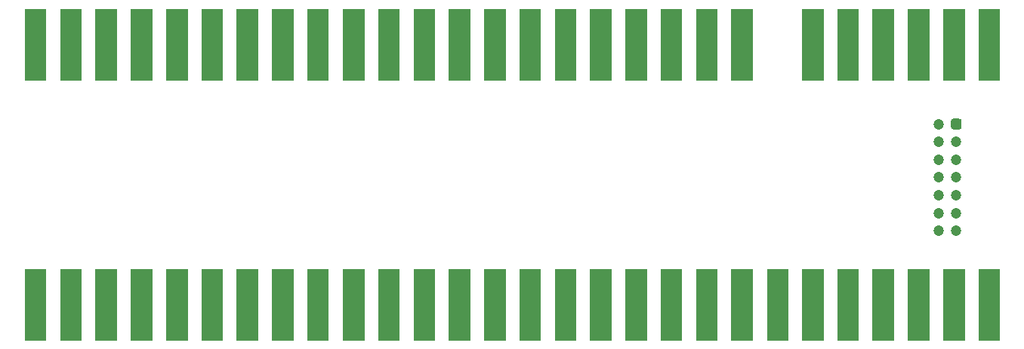
<source format=gbs>
G04 #@! TF.GenerationSoftware,KiCad,Pcbnew,(5.1.10)-1*
G04 #@! TF.CreationDate,2021-12-14T16:32:23+01:00*
G04 #@! TF.ProjectId,jamma_mahjong,6a616d6d-615f-46d6-9168-6a6f6e672e6b,rev?*
G04 #@! TF.SameCoordinates,Original*
G04 #@! TF.FileFunction,Soldermask,Bot*
G04 #@! TF.FilePolarity,Negative*
%FSLAX46Y46*%
G04 Gerber Fmt 4.6, Leading zero omitted, Abs format (unit mm)*
G04 Created by KiCad (PCBNEW (5.1.10)-1) date 2021-12-14 16:32:23*
%MOMM*%
%LPD*%
G01*
G04 APERTURE LIST*
%ADD10C,0.100000*%
%ADD11C,1.200000*%
G04 APERTURE END LIST*
D10*
G04 #@! TO.C,J2*
G36*
X228549200Y-77241400D02*
G01*
X230886000Y-77241400D01*
X230886000Y-85229700D01*
X228549200Y-85229700D01*
X228549200Y-77241400D01*
G37*
X228549200Y-77241400D02*
X230886000Y-77241400D01*
X230886000Y-85229700D01*
X228549200Y-85229700D01*
X228549200Y-77241400D01*
G36*
X224599500Y-77241400D02*
G01*
X226936300Y-77241400D01*
X226936300Y-85229700D01*
X224599500Y-85229700D01*
X224599500Y-77241400D01*
G37*
X224599500Y-77241400D02*
X226936300Y-77241400D01*
X226936300Y-85229700D01*
X224599500Y-85229700D01*
X224599500Y-77241400D01*
G36*
X216674700Y-77241400D02*
G01*
X219011500Y-77241400D01*
X219011500Y-85229700D01*
X216674700Y-85229700D01*
X216674700Y-77241400D01*
G37*
X216674700Y-77241400D02*
X219011500Y-77241400D01*
X219011500Y-85229700D01*
X216674700Y-85229700D01*
X216674700Y-77241400D01*
G36*
X220624400Y-77241400D02*
G01*
X222961200Y-77241400D01*
X222961200Y-85229700D01*
X220624400Y-85229700D01*
X220624400Y-77241400D01*
G37*
X220624400Y-77241400D02*
X222961200Y-77241400D01*
X222961200Y-85229700D01*
X220624400Y-85229700D01*
X220624400Y-77241400D01*
G36*
X212712300Y-77241400D02*
G01*
X215049100Y-77241400D01*
X215049100Y-85229700D01*
X212712300Y-85229700D01*
X212712300Y-77241400D01*
G37*
X212712300Y-77241400D02*
X215049100Y-77241400D01*
X215049100Y-85229700D01*
X212712300Y-85229700D01*
X212712300Y-77241400D01*
G36*
X208762600Y-77241400D02*
G01*
X211099400Y-77241400D01*
X211099400Y-85229700D01*
X208762600Y-85229700D01*
X208762600Y-77241400D01*
G37*
X208762600Y-77241400D02*
X211099400Y-77241400D01*
X211099400Y-85229700D01*
X208762600Y-85229700D01*
X208762600Y-77241400D01*
G36*
X200825100Y-77228700D02*
G01*
X203161900Y-77228700D01*
X203161900Y-85217000D01*
X200825100Y-85217000D01*
X200825100Y-77228700D01*
G37*
X200825100Y-77228700D02*
X203161900Y-77228700D01*
X203161900Y-85217000D01*
X200825100Y-85217000D01*
X200825100Y-77228700D01*
G36*
X196875400Y-77228700D02*
G01*
X199212200Y-77228700D01*
X199212200Y-85217000D01*
X196875400Y-85217000D01*
X196875400Y-77228700D01*
G37*
X196875400Y-77228700D02*
X199212200Y-77228700D01*
X199212200Y-85217000D01*
X196875400Y-85217000D01*
X196875400Y-77228700D01*
G36*
X188950600Y-77228700D02*
G01*
X191287400Y-77228700D01*
X191287400Y-85217000D01*
X188950600Y-85217000D01*
X188950600Y-77228700D01*
G37*
X188950600Y-77228700D02*
X191287400Y-77228700D01*
X191287400Y-85217000D01*
X188950600Y-85217000D01*
X188950600Y-77228700D01*
G36*
X192900300Y-77228700D02*
G01*
X195237100Y-77228700D01*
X195237100Y-85217000D01*
X192900300Y-85217000D01*
X192900300Y-77228700D01*
G37*
X192900300Y-77228700D02*
X195237100Y-77228700D01*
X195237100Y-85217000D01*
X192900300Y-85217000D01*
X192900300Y-77228700D01*
G36*
X184988200Y-77228700D02*
G01*
X187325000Y-77228700D01*
X187325000Y-85217000D01*
X184988200Y-85217000D01*
X184988200Y-77228700D01*
G37*
X184988200Y-77228700D02*
X187325000Y-77228700D01*
X187325000Y-85217000D01*
X184988200Y-85217000D01*
X184988200Y-77228700D01*
G36*
X181038500Y-77228700D02*
G01*
X183375300Y-77228700D01*
X183375300Y-85217000D01*
X181038500Y-85217000D01*
X181038500Y-77228700D01*
G37*
X181038500Y-77228700D02*
X183375300Y-77228700D01*
X183375300Y-85217000D01*
X181038500Y-85217000D01*
X181038500Y-77228700D01*
G36*
X177076100Y-77241400D02*
G01*
X179412900Y-77241400D01*
X179412900Y-85229700D01*
X177076100Y-85229700D01*
X177076100Y-77241400D01*
G37*
X177076100Y-77241400D02*
X179412900Y-77241400D01*
X179412900Y-85229700D01*
X177076100Y-85229700D01*
X177076100Y-77241400D01*
G36*
X165201600Y-77241400D02*
G01*
X167538400Y-77241400D01*
X167538400Y-85229700D01*
X165201600Y-85229700D01*
X165201600Y-77241400D01*
G37*
X165201600Y-77241400D02*
X167538400Y-77241400D01*
X167538400Y-85229700D01*
X165201600Y-85229700D01*
X165201600Y-77241400D01*
G36*
X169151300Y-77241400D02*
G01*
X171488100Y-77241400D01*
X171488100Y-85229700D01*
X169151300Y-85229700D01*
X169151300Y-77241400D01*
G37*
X169151300Y-77241400D02*
X171488100Y-77241400D01*
X171488100Y-85229700D01*
X169151300Y-85229700D01*
X169151300Y-77241400D01*
G36*
X157289500Y-77241400D02*
G01*
X159626300Y-77241400D01*
X159626300Y-85229700D01*
X157289500Y-85229700D01*
X157289500Y-77241400D01*
G37*
X157289500Y-77241400D02*
X159626300Y-77241400D01*
X159626300Y-85229700D01*
X157289500Y-85229700D01*
X157289500Y-77241400D01*
G36*
X161239200Y-77241400D02*
G01*
X163576000Y-77241400D01*
X163576000Y-85229700D01*
X161239200Y-85229700D01*
X161239200Y-77241400D01*
G37*
X161239200Y-77241400D02*
X163576000Y-77241400D01*
X163576000Y-85229700D01*
X161239200Y-85229700D01*
X161239200Y-77241400D01*
G36*
X173126400Y-77241400D02*
G01*
X175463200Y-77241400D01*
X175463200Y-85229700D01*
X173126400Y-85229700D01*
X173126400Y-77241400D01*
G37*
X173126400Y-77241400D02*
X175463200Y-77241400D01*
X175463200Y-85229700D01*
X173126400Y-85229700D01*
X173126400Y-77241400D01*
G36*
X153289000Y-77241400D02*
G01*
X155625800Y-77241400D01*
X155625800Y-85229700D01*
X153289000Y-85229700D01*
X153289000Y-77241400D01*
G37*
X153289000Y-77241400D02*
X155625800Y-77241400D01*
X155625800Y-85229700D01*
X153289000Y-85229700D01*
X153289000Y-77241400D01*
G36*
X145376900Y-77241400D02*
G01*
X147713700Y-77241400D01*
X147713700Y-85229700D01*
X145376900Y-85229700D01*
X145376900Y-77241400D01*
G37*
X145376900Y-77241400D02*
X147713700Y-77241400D01*
X147713700Y-85229700D01*
X145376900Y-85229700D01*
X145376900Y-77241400D01*
G36*
X149326600Y-77241400D02*
G01*
X151663400Y-77241400D01*
X151663400Y-85229700D01*
X149326600Y-85229700D01*
X149326600Y-77241400D01*
G37*
X149326600Y-77241400D02*
X151663400Y-77241400D01*
X151663400Y-85229700D01*
X149326600Y-85229700D01*
X149326600Y-77241400D01*
G36*
X125577600Y-77254100D02*
G01*
X127914400Y-77254100D01*
X127914400Y-85242400D01*
X125577600Y-85242400D01*
X125577600Y-77254100D01*
G37*
X125577600Y-77254100D02*
X127914400Y-77254100D01*
X127914400Y-85242400D01*
X125577600Y-85242400D01*
X125577600Y-77254100D01*
G36*
X133489700Y-77254100D02*
G01*
X135826500Y-77254100D01*
X135826500Y-85242400D01*
X133489700Y-85242400D01*
X133489700Y-77254100D01*
G37*
X133489700Y-77254100D02*
X135826500Y-77254100D01*
X135826500Y-85242400D01*
X133489700Y-85242400D01*
X133489700Y-77254100D01*
G36*
X137464800Y-77254100D02*
G01*
X139801600Y-77254100D01*
X139801600Y-85242400D01*
X137464800Y-85242400D01*
X137464800Y-77254100D01*
G37*
X137464800Y-77254100D02*
X139801600Y-77254100D01*
X139801600Y-85242400D01*
X137464800Y-85242400D01*
X137464800Y-77254100D01*
G36*
X141414500Y-77254100D02*
G01*
X143751300Y-77254100D01*
X143751300Y-85242400D01*
X141414500Y-85242400D01*
X141414500Y-77254100D01*
G37*
X141414500Y-77254100D02*
X143751300Y-77254100D01*
X143751300Y-85242400D01*
X141414500Y-85242400D01*
X141414500Y-77254100D01*
G36*
X129540000Y-77254100D02*
G01*
X131876800Y-77254100D01*
X131876800Y-85242400D01*
X129540000Y-85242400D01*
X129540000Y-77254100D01*
G37*
X129540000Y-77254100D02*
X131876800Y-77254100D01*
X131876800Y-85242400D01*
X129540000Y-85242400D01*
X129540000Y-77254100D01*
G36*
X121627900Y-77254100D02*
G01*
X123964700Y-77254100D01*
X123964700Y-85242400D01*
X121627900Y-85242400D01*
X121627900Y-77254100D01*
G37*
X121627900Y-77254100D02*
X123964700Y-77254100D01*
X123964700Y-85242400D01*
X121627900Y-85242400D01*
X121627900Y-77254100D01*
G36*
X204835760Y-77243940D02*
G01*
X207172560Y-77243940D01*
X207172560Y-85232240D01*
X204835760Y-85232240D01*
X204835760Y-77243940D01*
G37*
X204835760Y-77243940D02*
X207172560Y-77243940D01*
X207172560Y-85232240D01*
X204835760Y-85232240D01*
X204835760Y-77243940D01*
G04 #@! TO.C,J1*
G36*
X228549200Y-48031400D02*
G01*
X230886000Y-48031400D01*
X230886000Y-56019700D01*
X228549200Y-56019700D01*
X228549200Y-48031400D01*
G37*
X228549200Y-48031400D02*
X230886000Y-48031400D01*
X230886000Y-56019700D01*
X228549200Y-56019700D01*
X228549200Y-48031400D01*
G36*
X224599500Y-48031400D02*
G01*
X226936300Y-48031400D01*
X226936300Y-56019700D01*
X224599500Y-56019700D01*
X224599500Y-48031400D01*
G37*
X224599500Y-48031400D02*
X226936300Y-48031400D01*
X226936300Y-56019700D01*
X224599500Y-56019700D01*
X224599500Y-48031400D01*
G36*
X216674700Y-48031400D02*
G01*
X219011500Y-48031400D01*
X219011500Y-56019700D01*
X216674700Y-56019700D01*
X216674700Y-48031400D01*
G37*
X216674700Y-48031400D02*
X219011500Y-48031400D01*
X219011500Y-56019700D01*
X216674700Y-56019700D01*
X216674700Y-48031400D01*
G36*
X220624400Y-48031400D02*
G01*
X222961200Y-48031400D01*
X222961200Y-56019700D01*
X220624400Y-56019700D01*
X220624400Y-48031400D01*
G37*
X220624400Y-48031400D02*
X222961200Y-48031400D01*
X222961200Y-56019700D01*
X220624400Y-56019700D01*
X220624400Y-48031400D01*
G36*
X212712300Y-48031400D02*
G01*
X215049100Y-48031400D01*
X215049100Y-56019700D01*
X212712300Y-56019700D01*
X212712300Y-48031400D01*
G37*
X212712300Y-48031400D02*
X215049100Y-48031400D01*
X215049100Y-56019700D01*
X212712300Y-56019700D01*
X212712300Y-48031400D01*
G36*
X208762600Y-48031400D02*
G01*
X211099400Y-48031400D01*
X211099400Y-56019700D01*
X208762600Y-56019700D01*
X208762600Y-48031400D01*
G37*
X208762600Y-48031400D02*
X211099400Y-48031400D01*
X211099400Y-56019700D01*
X208762600Y-56019700D01*
X208762600Y-48031400D01*
G36*
X200825100Y-48018700D02*
G01*
X203161900Y-48018700D01*
X203161900Y-56007000D01*
X200825100Y-56007000D01*
X200825100Y-48018700D01*
G37*
X200825100Y-48018700D02*
X203161900Y-48018700D01*
X203161900Y-56007000D01*
X200825100Y-56007000D01*
X200825100Y-48018700D01*
G36*
X196875400Y-48018700D02*
G01*
X199212200Y-48018700D01*
X199212200Y-56007000D01*
X196875400Y-56007000D01*
X196875400Y-48018700D01*
G37*
X196875400Y-48018700D02*
X199212200Y-48018700D01*
X199212200Y-56007000D01*
X196875400Y-56007000D01*
X196875400Y-48018700D01*
G36*
X188950600Y-48018700D02*
G01*
X191287400Y-48018700D01*
X191287400Y-56007000D01*
X188950600Y-56007000D01*
X188950600Y-48018700D01*
G37*
X188950600Y-48018700D02*
X191287400Y-48018700D01*
X191287400Y-56007000D01*
X188950600Y-56007000D01*
X188950600Y-48018700D01*
G36*
X192900300Y-48018700D02*
G01*
X195237100Y-48018700D01*
X195237100Y-56007000D01*
X192900300Y-56007000D01*
X192900300Y-48018700D01*
G37*
X192900300Y-48018700D02*
X195237100Y-48018700D01*
X195237100Y-56007000D01*
X192900300Y-56007000D01*
X192900300Y-48018700D01*
G36*
X184988200Y-48018700D02*
G01*
X187325000Y-48018700D01*
X187325000Y-56007000D01*
X184988200Y-56007000D01*
X184988200Y-48018700D01*
G37*
X184988200Y-48018700D02*
X187325000Y-48018700D01*
X187325000Y-56007000D01*
X184988200Y-56007000D01*
X184988200Y-48018700D01*
G36*
X181038500Y-48018700D02*
G01*
X183375300Y-48018700D01*
X183375300Y-56007000D01*
X181038500Y-56007000D01*
X181038500Y-48018700D01*
G37*
X181038500Y-48018700D02*
X183375300Y-48018700D01*
X183375300Y-56007000D01*
X181038500Y-56007000D01*
X181038500Y-48018700D01*
G36*
X177076100Y-48031400D02*
G01*
X179412900Y-48031400D01*
X179412900Y-56019700D01*
X177076100Y-56019700D01*
X177076100Y-48031400D01*
G37*
X177076100Y-48031400D02*
X179412900Y-48031400D01*
X179412900Y-56019700D01*
X177076100Y-56019700D01*
X177076100Y-48031400D01*
G36*
X165201600Y-48031400D02*
G01*
X167538400Y-48031400D01*
X167538400Y-56019700D01*
X165201600Y-56019700D01*
X165201600Y-48031400D01*
G37*
X165201600Y-48031400D02*
X167538400Y-48031400D01*
X167538400Y-56019700D01*
X165201600Y-56019700D01*
X165201600Y-48031400D01*
G36*
X169151300Y-48031400D02*
G01*
X171488100Y-48031400D01*
X171488100Y-56019700D01*
X169151300Y-56019700D01*
X169151300Y-48031400D01*
G37*
X169151300Y-48031400D02*
X171488100Y-48031400D01*
X171488100Y-56019700D01*
X169151300Y-56019700D01*
X169151300Y-48031400D01*
G36*
X157289500Y-48031400D02*
G01*
X159626300Y-48031400D01*
X159626300Y-56019700D01*
X157289500Y-56019700D01*
X157289500Y-48031400D01*
G37*
X157289500Y-48031400D02*
X159626300Y-48031400D01*
X159626300Y-56019700D01*
X157289500Y-56019700D01*
X157289500Y-48031400D01*
G36*
X161239200Y-48031400D02*
G01*
X163576000Y-48031400D01*
X163576000Y-56019700D01*
X161239200Y-56019700D01*
X161239200Y-48031400D01*
G37*
X161239200Y-48031400D02*
X163576000Y-48031400D01*
X163576000Y-56019700D01*
X161239200Y-56019700D01*
X161239200Y-48031400D01*
G36*
X173126400Y-48031400D02*
G01*
X175463200Y-48031400D01*
X175463200Y-56019700D01*
X173126400Y-56019700D01*
X173126400Y-48031400D01*
G37*
X173126400Y-48031400D02*
X175463200Y-48031400D01*
X175463200Y-56019700D01*
X173126400Y-56019700D01*
X173126400Y-48031400D01*
G36*
X153289000Y-48031400D02*
G01*
X155625800Y-48031400D01*
X155625800Y-56019700D01*
X153289000Y-56019700D01*
X153289000Y-48031400D01*
G37*
X153289000Y-48031400D02*
X155625800Y-48031400D01*
X155625800Y-56019700D01*
X153289000Y-56019700D01*
X153289000Y-48031400D01*
G36*
X145376900Y-48031400D02*
G01*
X147713700Y-48031400D01*
X147713700Y-56019700D01*
X145376900Y-56019700D01*
X145376900Y-48031400D01*
G37*
X145376900Y-48031400D02*
X147713700Y-48031400D01*
X147713700Y-56019700D01*
X145376900Y-56019700D01*
X145376900Y-48031400D01*
G36*
X149326600Y-48031400D02*
G01*
X151663400Y-48031400D01*
X151663400Y-56019700D01*
X149326600Y-56019700D01*
X149326600Y-48031400D01*
G37*
X149326600Y-48031400D02*
X151663400Y-48031400D01*
X151663400Y-56019700D01*
X149326600Y-56019700D01*
X149326600Y-48031400D01*
G36*
X125577600Y-48044100D02*
G01*
X127914400Y-48044100D01*
X127914400Y-56032400D01*
X125577600Y-56032400D01*
X125577600Y-48044100D01*
G37*
X125577600Y-48044100D02*
X127914400Y-48044100D01*
X127914400Y-56032400D01*
X125577600Y-56032400D01*
X125577600Y-48044100D01*
G36*
X133489700Y-48044100D02*
G01*
X135826500Y-48044100D01*
X135826500Y-56032400D01*
X133489700Y-56032400D01*
X133489700Y-48044100D01*
G37*
X133489700Y-48044100D02*
X135826500Y-48044100D01*
X135826500Y-56032400D01*
X133489700Y-56032400D01*
X133489700Y-48044100D01*
G36*
X137464800Y-48044100D02*
G01*
X139801600Y-48044100D01*
X139801600Y-56032400D01*
X137464800Y-56032400D01*
X137464800Y-48044100D01*
G37*
X137464800Y-48044100D02*
X139801600Y-48044100D01*
X139801600Y-56032400D01*
X137464800Y-56032400D01*
X137464800Y-48044100D01*
G36*
X141414500Y-48044100D02*
G01*
X143751300Y-48044100D01*
X143751300Y-56032400D01*
X141414500Y-56032400D01*
X141414500Y-48044100D01*
G37*
X141414500Y-48044100D02*
X143751300Y-48044100D01*
X143751300Y-56032400D01*
X141414500Y-56032400D01*
X141414500Y-48044100D01*
G36*
X129540000Y-48044100D02*
G01*
X131876800Y-48044100D01*
X131876800Y-56032400D01*
X129540000Y-56032400D01*
X129540000Y-48044100D01*
G37*
X129540000Y-48044100D02*
X131876800Y-48044100D01*
X131876800Y-56032400D01*
X129540000Y-56032400D01*
X129540000Y-48044100D01*
G36*
X121627900Y-48044100D02*
G01*
X123964700Y-48044100D01*
X123964700Y-56032400D01*
X121627900Y-56032400D01*
X121627900Y-48044100D01*
G37*
X121627900Y-48044100D02*
X123964700Y-48044100D01*
X123964700Y-56032400D01*
X121627900Y-56032400D01*
X121627900Y-48044100D01*
G04 #@! TD*
D11*
G04 #@! TO.C,J3*
X224060000Y-72960000D03*
X224060000Y-70960000D03*
X224060000Y-68960000D03*
X224060000Y-66960000D03*
X224060000Y-64960000D03*
X224060000Y-62960000D03*
X224060000Y-60960000D03*
X226060000Y-72960000D03*
X226060000Y-70960000D03*
X226060000Y-68960000D03*
X226060000Y-66960000D03*
X226060000Y-64960000D03*
X226060000Y-62960000D03*
G36*
G01*
X225709999Y-60360000D02*
X226410001Y-60360000D01*
G75*
G02*
X226660000Y-60609999I0J-249999D01*
G01*
X226660000Y-61310001D01*
G75*
G02*
X226410001Y-61560000I-249999J0D01*
G01*
X225709999Y-61560000D01*
G75*
G02*
X225460000Y-61310001I0J249999D01*
G01*
X225460000Y-60609999D01*
G75*
G02*
X225709999Y-60360000I249999J0D01*
G01*
G37*
G04 #@! TD*
M02*

</source>
